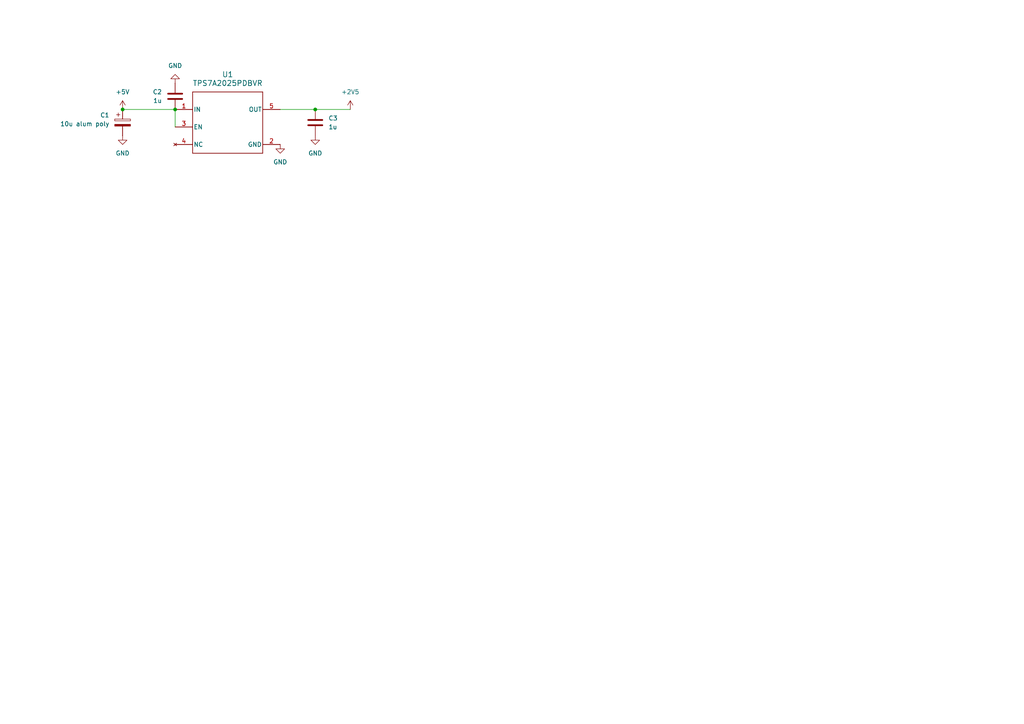
<source format=kicad_sch>
(kicad_sch (version 20231120) (generator "eeschema") (generator_version "8.0")
  (paper "A4")
  (lib_symbols
    (symbol "Device:C" (pin_numbers hide) (pin_names (offset 0.254))
      (property "Reference" "C" (at 0.635 2.54 0))
      (property "Value" "C" (at 0.635 -2.54 0))
      (symbol "C_0_1"
        (polyline (pts (xy -2.032 -0.762) (xy 2.032 -0.762)) (stroke (width 0.508)))
        (polyline (pts (xy -2.032 0.762) (xy 2.032 0.762)) (stroke (width 0.508)))
      )
      (symbol "C_1_1"
        (pin passive line (at 0 3.81 270) (length 2.794) (name "~") (number "1"))
        (pin passive line (at 0 -3.81 90) (length 2.794) (name "~") (number "2"))
      )
    )
    (symbol "Device:C_Polarized" (pin_numbers hide) (pin_names (offset 0.254))
      (property "Reference" "C" (at 0.635 2.54 0))
      (property "Value" "C_Polarized" (at 0.635 -2.54 0))
      (symbol "C_Polarized_0_1"
        (rectangle (start -2.286 0.508) (end 2.286 1.016))
        (polyline (pts (xy -1.778 2.286) (xy -0.762 2.286)))
        (polyline (pts (xy -1.27 2.794) (xy -1.27 1.778)))
        (rectangle (start 2.286 -0.508) (end -2.286 -1.016) (fill (type outline)))
      )
      (symbol "C_Polarized_1_1"
        (pin passive line (at 0 3.81 270) (length 2.794) (name "~") (number "1"))
        (pin passive line (at 0 -3.81 90) (length 2.794) (name "~") (number "2"))
      )
    )
    (symbol "Library:TPS7A2025PDBVR" (pin_names (offset 0.254))
      (property "Reference" "U" (at 0.762 10.922 0))
      (property "Value" "TPS7A2025PDBVR" (at 1.016 8.128 0))
      (symbol "TPS7A2025PDBVR_0_1"
        (polyline (pts (xy 5.08 -12.7) (xy 25.4 -12.7)) (stroke (width 0.2032)))
        (polyline (pts (xy 5.08 5.08) (xy 5.08 -12.7)) (stroke (width 0.2032)))
        (polyline (pts (xy 25.4 -12.7) (xy 25.4 5.08)) (stroke (width 0.2032)))
        (polyline (pts (xy 25.4 5.08) (xy 5.08 5.08)) (stroke (width 0.2032)))
        (pin power_in line (at 0 0 0) (length 5.08) (name "IN") (number "1"))
        (pin power_in line (at 30.48 -10.16 180) (length 5.08) (name "GND") (number "2"))
        (pin input line (at 0 -5.08 0) (length 5.08) (name "EN") (number "3"))
      )
      (symbol "TPS7A2025PDBVR_1_1"
        (pin no_connect line (at 0 -10.16 0) (length 5.08) (name "NC") (number "4"))
        (pin power_out line (at 30.48 0 180) (length 5.08) (name "OUT") (number "5"))
      )
    )
    (symbol "power:+2V5" (power) (pin_numbers hide) (pin_names (offset 0) hide)
      (property "Value" "+2V5" (at 0 3.556 0))
      (symbol "+2V5_0_1"
        (polyline (pts (xy -0.762 1.27) (xy 0 2.54)))
        (polyline (pts (xy 0 0) (xy 0 2.54)))
        (polyline (pts (xy 0 2.54) (xy 0.762 1.27)))
      )
      (symbol "+2V5_1_1"
        (pin power_in line (at 0 0 90) (length 0) (name "~") (number "1"))
      )
    )
    (symbol "power:+5V" (power) (pin_numbers hide) (pin_names (offset 0) hide)
      (property "Value" "+5V" (at 0 3.556 0))
      (symbol "+5V_0_1"
        (polyline (pts (xy -0.762 1.27) (xy 0 2.54)))
        (polyline (pts (xy 0 0) (xy 0 2.54)))
        (polyline (pts (xy 0 2.54) (xy 0.762 1.27)))
      )
      (symbol "+5V_1_1"
        (pin power_in line (at 0 0 90) (length 0) (name "~") (number "1"))
      )
    )
    (symbol "power:GND" (power) (pin_numbers hide) (pin_names (offset 0) hide)
      (property "Value" "GND" (at 0 -3.81 0))
      (symbol "GND_0_1"
        (polyline (pts (xy 0 0) (xy 0 -1.27) (xy 1.27 -1.27) (xy 0 -2.54) (xy -1.27 -1.27) (xy 0 -1.27)))
      )
      (symbol "GND_1_1"
        (pin power_in line (at 0 0 270) (length 0) (name "~") (number "1"))
      )
    )
  )
  (junction (at 50.8 31.75))
  (junction (at 91.44 31.75))
  (junction (at 35.56 31.75))
  (wire (pts (xy 91.44 31.75) (xy 101.6 31.75)))
  (wire (pts (xy 50.8 31.75) (xy 50.8 36.83)))
  (wire (pts (xy 81.28 31.75) (xy 91.44 31.75)))
  (wire (pts (xy 35.56 31.75) (xy 50.8 31.75)))
  (symbol (lib_id "Library:TPS7A2025PDBVR") (at 50.8 31.75 0) (unit 1)
    (property "Reference" "U1" (at 66.04 21.59 0) (effects (font (size 1.524 1.524))))
    (property "Value" "TPS7A2025PDBVR" (at 66.04 24.13 0) (effects (font (size 1.524 1.524))))
    (property "Footprint" "Package_TO_SOT_SMD:SOT-23-5_HandSoldering" (effects (hide yes)))
    (property "Datasheet" "TPS7A2025PDBVR" (effects (hide yes)))
  )
  (symbol (lib_id "power:GND") (at 50.8 24.13 180) (unit 1)
    (property "Reference" "#PWR06" (effects (hide yes)))
    (property "Value" "GND" (at 50.8 19.05 0))
    (property "Description" "Power symbol creates a global label with name \"GND\" , ground" (effects (hide yes)))
  )
  (symbol (lib_id "power:GND") (at 91.44 39.37 0) (unit 1)
    (property "Reference" "#PWR08" (effects (hide yes)))
    (property "Value" "GND" (at 91.44 44.45 0))
    (property "Description" "Power symbol creates a global label with name \"GND\" , ground" (effects (hide yes)))
  )
  (symbol (lib_id "power:GND") (at 35.56 39.37 0) (unit 1)
    (property "Reference" "#PWR05" (effects (hide yes)))
    (property "Value" "GND" (at 35.56 44.45 0))
    (property "Description" "Power symbol creates a global label with name \"GND\" , ground" (effects (hide yes)))
  )
  (symbol (lib_id "power:+5V") (at 35.56 31.75 0) (unit 1)
    (property "Reference" "#PWR04" (effects (hide yes)))
    (property "Value" "+5V" (at 35.56 26.67 0))
    (property "Description" "Power symbol creates a global label with name \"+5V\"" (effects (hide yes)))
  )
  (symbol (lib_id "Device:C_Polarized") (at 35.56 35.56 0) (unit 1)
    (property "Reference" "C1" (at 31.75 33.4009 0) (effects (justify right)))
    (property "Value" "10u alum poly" (at 31.75 35.9409 0) (effects (justify right)))
    (property "Footprint" "Capacitor_SMD:CP_Elec_6.3x7.7" (effects (hide yes)))
    (property "Description" "Polarized capacitor" (effects (hide yes)))
  )
  (symbol (lib_id "power:GND") (at 81.28 41.91 0) (unit 1)
    (property "Reference" "#PWR07" (effects (hide yes)))
    (property "Value" "GND" (at 81.28 46.99 0))
    (property "Description" "Power symbol creates a global label with name \"GND\" , ground" (effects (hide yes)))
  )
  (symbol (lib_id "power:+2V5") (at 101.6 31.75 0) (unit 1)
    (property "Reference" "#PWR09" (effects (hide yes)))
    (property "Value" "+2V5" (at 101.6 26.67 0))
    (property "Description" "Power symbol creates a global label with name \"+2V5\"" (effects (hide yes)))
  )
  (symbol (lib_id "Device:C") (at 50.8 27.94 0) (mirror y) (unit 1)
    (property "Reference" "C2" (at 46.99 26.6699 0) (effects (justify left)))
    (property "Value" "1u" (at 46.99 29.2099 0) (effects (justify left)))
    (property "Footprint" "Capacitor_SMD:C_1206_3216Metric_Pad1.33x1.80mm_HandSolder" (effects (hide yes)))
    (property "Description" "Unpolarized capacitor" (effects (hide yes)))
  )
  (symbol (lib_id "Device:C") (at 91.44 35.56 0) (unit 1)
    (property "Reference" "C3" (at 95.25 34.2899 0) (effects (justify left)))
    (property "Value" "1u" (at 95.25 36.8299 0) (effects (justify left)))
    (property "Footprint" "Capacitor_SMD:C_1206_3216Metric_Pad1.33x1.80mm_HandSolder" (effects (hide yes)))
    (property "Description" "Unpolarized capacitor" (effects (hide yes)))
  )
)
</source>
